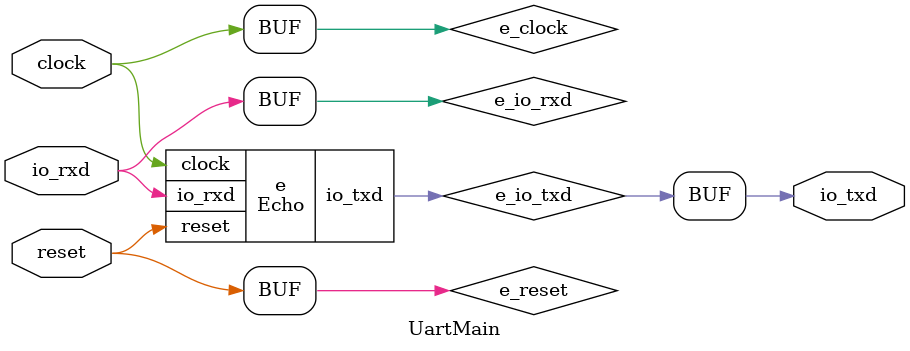
<source format=v>
module Tx(
  input        clock,
  input        reset,
  output       io_txd,
  output       io_channel_ready,
  input        io_channel_valid,
  input  [7:0] io_channel_bits
);
`ifdef RANDOMIZE_REG_INIT
  reg [31:0] _RAND_0;
  reg [31:0] _RAND_1;
  reg [31:0] _RAND_2;
`endif // RANDOMIZE_REG_INIT
  reg [10:0] shiftReg; // @[Uart.scala 34:25]
  reg [19:0] cntReg; // @[Uart.scala 35:23]
  reg [3:0] bitsReg; // @[Uart.scala 36:24]
  wire  _io_channel_ready_T = cntReg == 20'h0; // @[Uart.scala 38:31]
  wire [9:0] shift = shiftReg[10:1]; // @[Uart.scala 46:28]
  wire [10:0] _shiftReg_T_1 = {1'h1,shift}; // @[Uart.scala 47:23]
  wire [3:0] _bitsReg_T_1 = bitsReg - 4'h1; // @[Uart.scala 48:26]
  wire [10:0] _shiftReg_T_3 = {2'h3,io_channel_bits,1'h0}; // @[Uart.scala 52:44]
  wire [19:0] _cntReg_T_1 = cntReg - 20'h1; // @[Uart.scala 60:22]
  assign io_txd = shiftReg[0]; // @[Uart.scala 40:21]
  assign io_channel_ready = cntReg == 20'h0 & bitsReg == 4'h0; // @[Uart.scala 38:40]
  always @(posedge clock) begin
    if (reset) begin // @[Uart.scala 34:25]
      shiftReg <= 11'h7ff; // @[Uart.scala 34:25]
    end else if (_io_channel_ready_T) begin // @[Uart.scala 42:24]
      if (bitsReg != 4'h0) begin // @[Uart.scala 45:27]
        shiftReg <= _shiftReg_T_1; // @[Uart.scala 47:16]
      end else if (io_channel_valid) begin // @[Uart.scala 50:30]
        shiftReg <= _shiftReg_T_3; // @[Uart.scala 52:18]
      end else begin
        shiftReg <= 11'h7ff; // @[Uart.scala 55:18]
      end
    end
    if (reset) begin // @[Uart.scala 35:23]
      cntReg <= 20'h0; // @[Uart.scala 35:23]
    end else if (_io_channel_ready_T) begin // @[Uart.scala 42:24]
      cntReg <= 20'h28b0; // @[Uart.scala 44:12]
    end else begin
      cntReg <= _cntReg_T_1; // @[Uart.scala 60:12]
    end
    if (reset) begin // @[Uart.scala 36:24]
      bitsReg <= 4'h0; // @[Uart.scala 36:24]
    end else if (_io_channel_ready_T) begin // @[Uart.scala 42:24]
      if (bitsReg != 4'h0) begin // @[Uart.scala 45:27]
        bitsReg <= _bitsReg_T_1; // @[Uart.scala 48:15]
      end else if (io_channel_valid) begin // @[Uart.scala 50:30]
        bitsReg <= 4'hb; // @[Uart.scala 53:17]
      end
    end
  end
// Register and memory initialization
`ifdef RANDOMIZE_GARBAGE_ASSIGN
`define RANDOMIZE
`endif
`ifdef RANDOMIZE_INVALID_ASSIGN
`define RANDOMIZE
`endif
`ifdef RANDOMIZE_REG_INIT
`define RANDOMIZE
`endif
`ifdef RANDOMIZE_MEM_INIT
`define RANDOMIZE
`endif
`ifndef RANDOM
`define RANDOM $random
`endif
`ifdef RANDOMIZE_MEM_INIT
  integer initvar;
`endif
`ifndef SYNTHESIS
`ifdef FIRRTL_BEFORE_INITIAL
`FIRRTL_BEFORE_INITIAL
`endif
initial begin
  `ifdef RANDOMIZE
    `ifdef INIT_RANDOM
      `INIT_RANDOM
    `endif
    `ifndef VERILATOR
      `ifdef RANDOMIZE_DELAY
        #`RANDOMIZE_DELAY begin end
      `else
        #0.002 begin end
      `endif
    `endif
`ifdef RANDOMIZE_REG_INIT
  _RAND_0 = {1{`RANDOM}};
  shiftReg = _RAND_0[10:0];
  _RAND_1 = {1{`RANDOM}};
  cntReg = _RAND_1[19:0];
  _RAND_2 = {1{`RANDOM}};
  bitsReg = _RAND_2[3:0];
`endif // RANDOMIZE_REG_INIT
  `endif // RANDOMIZE
end // initial
`ifdef FIRRTL_AFTER_INITIAL
`FIRRTL_AFTER_INITIAL
`endif
`endif // SYNTHESIS
endmodule
module Buffer(
  input        clock,
  input        reset,
  output       io_in_ready,
  input        io_in_valid,
  input  [7:0] io_in_bits,
  input        io_out_ready,
  output       io_out_valid,
  output [7:0] io_out_bits
);
`ifdef RANDOMIZE_REG_INIT
  reg [31:0] _RAND_0;
  reg [31:0] _RAND_1;
`endif // RANDOMIZE_REG_INIT
  reg  stateReg; // @[Uart.scala 127:25]
  reg [7:0] dataReg; // @[Uart.scala 128:24]
  wire  _io_in_ready_T = ~stateReg; // @[Uart.scala 130:27]
  wire  _GEN_1 = io_in_valid | stateReg; // @[Uart.scala 134:23 136:16 127:25]
  assign io_in_ready = ~stateReg; // @[Uart.scala 130:27]
  assign io_out_valid = stateReg; // @[Uart.scala 131:28]
  assign io_out_bits = dataReg; // @[Uart.scala 143:15]
  always @(posedge clock) begin
    if (reset) begin // @[Uart.scala 127:25]
      stateReg <= 1'h0; // @[Uart.scala 127:25]
    end else if (_io_in_ready_T) begin // @[Uart.scala 133:28]
      stateReg <= _GEN_1;
    end else if (io_out_ready) begin // @[Uart.scala 139:24]
      stateReg <= 1'h0; // @[Uart.scala 140:16]
    end
    if (reset) begin // @[Uart.scala 128:24]
      dataReg <= 8'h0; // @[Uart.scala 128:24]
    end else if (_io_in_ready_T) begin // @[Uart.scala 133:28]
      if (io_in_valid) begin // @[Uart.scala 134:23]
        dataReg <= io_in_bits; // @[Uart.scala 135:15]
      end
    end
  end
// Register and memory initialization
`ifdef RANDOMIZE_GARBAGE_ASSIGN
`define RANDOMIZE
`endif
`ifdef RANDOMIZE_INVALID_ASSIGN
`define RANDOMIZE
`endif
`ifdef RANDOMIZE_REG_INIT
`define RANDOMIZE
`endif
`ifdef RANDOMIZE_MEM_INIT
`define RANDOMIZE
`endif
`ifndef RANDOM
`define RANDOM $random
`endif
`ifdef RANDOMIZE_MEM_INIT
  integer initvar;
`endif
`ifndef SYNTHESIS
`ifdef FIRRTL_BEFORE_INITIAL
`FIRRTL_BEFORE_INITIAL
`endif
initial begin
  `ifdef RANDOMIZE
    `ifdef INIT_RANDOM
      `INIT_RANDOM
    `endif
    `ifndef VERILATOR
      `ifdef RANDOMIZE_DELAY
        #`RANDOMIZE_DELAY begin end
      `else
        #0.002 begin end
      `endif
    `endif
`ifdef RANDOMIZE_REG_INIT
  _RAND_0 = {1{`RANDOM}};
  stateReg = _RAND_0[0:0];
  _RAND_1 = {1{`RANDOM}};
  dataReg = _RAND_1[7:0];
`endif // RANDOMIZE_REG_INIT
  `endif // RANDOMIZE
end // initial
`ifdef FIRRTL_AFTER_INITIAL
`FIRRTL_AFTER_INITIAL
`endif
`endif // SYNTHESIS
endmodule
module BufferedTx(
  input        clock,
  input        reset,
  output       io_txd,
  output       io_channel_ready,
  input        io_channel_valid,
  input  [7:0] io_channel_bits
);
  wire  tx_clock; // @[Uart.scala 156:18]
  wire  tx_reset; // @[Uart.scala 156:18]
  wire  tx_io_txd; // @[Uart.scala 156:18]
  wire  tx_io_channel_ready; // @[Uart.scala 156:18]
  wire  tx_io_channel_valid; // @[Uart.scala 156:18]
  wire [7:0] tx_io_channel_bits; // @[Uart.scala 156:18]
  wire  buf__clock; // @[Uart.scala 157:19]
  wire  buf__reset; // @[Uart.scala 157:19]
  wire  buf__io_in_ready; // @[Uart.scala 157:19]
  wire  buf__io_in_valid; // @[Uart.scala 157:19]
  wire [7:0] buf__io_in_bits; // @[Uart.scala 157:19]
  wire  buf__io_out_ready; // @[Uart.scala 157:19]
  wire  buf__io_out_valid; // @[Uart.scala 157:19]
  wire [7:0] buf__io_out_bits; // @[Uart.scala 157:19]
  Tx tx ( // @[Uart.scala 156:18]
    .clock(tx_clock),
    .reset(tx_reset),
    .io_txd(tx_io_txd),
    .io_channel_ready(tx_io_channel_ready),
    .io_channel_valid(tx_io_channel_valid),
    .io_channel_bits(tx_io_channel_bits)
  );
  Buffer buf_ ( // @[Uart.scala 157:19]
    .clock(buf__clock),
    .reset(buf__reset),
    .io_in_ready(buf__io_in_ready),
    .io_in_valid(buf__io_in_valid),
    .io_in_bits(buf__io_in_bits),
    .io_out_ready(buf__io_out_ready),
    .io_out_valid(buf__io_out_valid),
    .io_out_bits(buf__io_out_bits)
  );
  assign io_txd = tx_io_txd; // @[Uart.scala 161:10]
  assign io_channel_ready = buf__io_in_ready; // @[Uart.scala 159:13]
  assign tx_clock = clock;
  assign tx_reset = reset;
  assign tx_io_channel_valid = buf__io_out_valid; // @[Uart.scala 160:17]
  assign tx_io_channel_bits = buf__io_out_bits; // @[Uart.scala 160:17]
  assign buf__clock = clock;
  assign buf__reset = reset;
  assign buf__io_in_valid = io_channel_valid; // @[Uart.scala 159:13]
  assign buf__io_in_bits = io_channel_bits; // @[Uart.scala 159:13]
  assign buf__io_out_ready = tx_io_channel_ready; // @[Uart.scala 160:17]
endmodule
module Rx(
  input        clock,
  input        reset,
  input        io_rxd,
  input        io_channel_ready,
  output       io_channel_valid,
  output [7:0] io_channel_bits
);
`ifdef RANDOMIZE_REG_INIT
  reg [31:0] _RAND_0;
  reg [31:0] _RAND_1;
  reg [31:0] _RAND_2;
  reg [31:0] _RAND_3;
  reg [31:0] _RAND_4;
  reg [31:0] _RAND_5;
`endif // RANDOMIZE_REG_INIT
  reg  rxReg_REG; // @[Uart.scala 84:30]
  reg  rxReg; // @[Uart.scala 84:22]
  reg [7:0] shiftReg; // @[Uart.scala 86:25]
  reg [19:0] cntReg; // @[Uart.scala 87:23]
  reg [3:0] bitsReg; // @[Uart.scala 88:24]
  reg  validReg; // @[Uart.scala 89:25]
  wire [19:0] _cntReg_T_1 = cntReg - 20'h1; // @[Uart.scala 92:22]
  wire [7:0] _shiftReg_T_1 = {rxReg,shiftReg[7:1]}; // @[Uart.scala 95:23]
  wire [3:0] _bitsReg_T_1 = bitsReg - 4'h1; // @[Uart.scala 96:24]
  wire  _GEN_0 = bitsReg == 4'h1 | validReg; // @[Uart.scala 98:27 99:16 89:25]
  assign io_channel_valid = validReg; // @[Uart.scala 112:20]
  assign io_channel_bits = shiftReg; // @[Uart.scala 111:19]
  always @(posedge clock) begin
    rxReg_REG <= reset | io_rxd; // @[Uart.scala 84:{30,30,30}]
    rxReg <= reset | rxReg_REG; // @[Uart.scala 84:{22,22,22}]
    if (reset) begin // @[Uart.scala 86:25]
      shiftReg <= 8'h0; // @[Uart.scala 86:25]
    end else if (!(cntReg != 20'h0)) begin // @[Uart.scala 91:24]
      if (bitsReg != 4'h0) begin // @[Uart.scala 93:32]
        shiftReg <= _shiftReg_T_1; // @[Uart.scala 95:14]
      end
    end
    if (reset) begin // @[Uart.scala 87:23]
      cntReg <= 20'h0; // @[Uart.scala 87:23]
    end else if (cntReg != 20'h0) begin // @[Uart.scala 91:24]
      cntReg <= _cntReg_T_1; // @[Uart.scala 92:12]
    end else if (bitsReg != 4'h0) begin // @[Uart.scala 93:32]
      cntReg <= 20'h28b0; // @[Uart.scala 94:12]
    end else if (~rxReg) begin // @[Uart.scala 101:30]
      cntReg <= 20'h3d08; // @[Uart.scala 103:12]
    end
    if (reset) begin // @[Uart.scala 88:24]
      bitsReg <= 4'h0; // @[Uart.scala 88:24]
    end else if (!(cntReg != 20'h0)) begin // @[Uart.scala 91:24]
      if (bitsReg != 4'h0) begin // @[Uart.scala 93:32]
        bitsReg <= _bitsReg_T_1; // @[Uart.scala 96:13]
      end else if (~rxReg) begin // @[Uart.scala 101:30]
        bitsReg <= 4'h8; // @[Uart.scala 104:13]
      end
    end
    if (reset) begin // @[Uart.scala 89:25]
      validReg <= 1'h0; // @[Uart.scala 89:25]
    end else if (validReg & io_channel_ready) begin // @[Uart.scala 107:38]
      validReg <= 1'h0; // @[Uart.scala 108:14]
    end else if (!(cntReg != 20'h0)) begin // @[Uart.scala 91:24]
      if (bitsReg != 4'h0) begin // @[Uart.scala 93:32]
        validReg <= _GEN_0;
      end
    end
  end
// Register and memory initialization
`ifdef RANDOMIZE_GARBAGE_ASSIGN
`define RANDOMIZE
`endif
`ifdef RANDOMIZE_INVALID_ASSIGN
`define RANDOMIZE
`endif
`ifdef RANDOMIZE_REG_INIT
`define RANDOMIZE
`endif
`ifdef RANDOMIZE_MEM_INIT
`define RANDOMIZE
`endif
`ifndef RANDOM
`define RANDOM $random
`endif
`ifdef RANDOMIZE_MEM_INIT
  integer initvar;
`endif
`ifndef SYNTHESIS
`ifdef FIRRTL_BEFORE_INITIAL
`FIRRTL_BEFORE_INITIAL
`endif
initial begin
  `ifdef RANDOMIZE
    `ifdef INIT_RANDOM
      `INIT_RANDOM
    `endif
    `ifndef VERILATOR
      `ifdef RANDOMIZE_DELAY
        #`RANDOMIZE_DELAY begin end
      `else
        #0.002 begin end
      `endif
    `endif
`ifdef RANDOMIZE_REG_INIT
  _RAND_0 = {1{`RANDOM}};
  rxReg_REG = _RAND_0[0:0];
  _RAND_1 = {1{`RANDOM}};
  rxReg = _RAND_1[0:0];
  _RAND_2 = {1{`RANDOM}};
  shiftReg = _RAND_2[7:0];
  _RAND_3 = {1{`RANDOM}};
  cntReg = _RAND_3[19:0];
  _RAND_4 = {1{`RANDOM}};
  bitsReg = _RAND_4[3:0];
  _RAND_5 = {1{`RANDOM}};
  validReg = _RAND_5[0:0];
`endif // RANDOMIZE_REG_INIT
  `endif // RANDOMIZE
end // initial
`ifdef FIRRTL_AFTER_INITIAL
`FIRRTL_AFTER_INITIAL
`endif
`endif // SYNTHESIS
endmodule
module Echo(
  input   clock,
  input   reset,
  output  io_txd,
  input   io_rxd
);
  wire  tx_clock; // @[Uart.scala 199:18]
  wire  tx_reset; // @[Uart.scala 199:18]
  wire  tx_io_txd; // @[Uart.scala 199:18]
  wire  tx_io_channel_ready; // @[Uart.scala 199:18]
  wire  tx_io_channel_valid; // @[Uart.scala 199:18]
  wire [7:0] tx_io_channel_bits; // @[Uart.scala 199:18]
  wire  rx_clock; // @[Uart.scala 200:18]
  wire  rx_reset; // @[Uart.scala 200:18]
  wire  rx_io_rxd; // @[Uart.scala 200:18]
  wire  rx_io_channel_ready; // @[Uart.scala 200:18]
  wire  rx_io_channel_valid; // @[Uart.scala 200:18]
  wire [7:0] rx_io_channel_bits; // @[Uart.scala 200:18]
  BufferedTx tx ( // @[Uart.scala 199:18]
    .clock(tx_clock),
    .reset(tx_reset),
    .io_txd(tx_io_txd),
    .io_channel_ready(tx_io_channel_ready),
    .io_channel_valid(tx_io_channel_valid),
    .io_channel_bits(tx_io_channel_bits)
  );
  Rx rx ( // @[Uart.scala 200:18]
    .clock(rx_clock),
    .reset(rx_reset),
    .io_rxd(rx_io_rxd),
    .io_channel_ready(rx_io_channel_ready),
    .io_channel_valid(rx_io_channel_valid),
    .io_channel_bits(rx_io_channel_bits)
  );
  assign io_txd = tx_io_txd; // @[Uart.scala 201:10]
  assign tx_clock = clock;
  assign tx_reset = reset;
  assign tx_io_channel_valid = rx_io_channel_valid; // @[Uart.scala 203:17]
  assign tx_io_channel_bits = rx_io_channel_bits; // @[Uart.scala 203:17]
  assign rx_clock = clock;
  assign rx_reset = reset;
  assign rx_io_rxd = io_rxd; // @[Uart.scala 202:13]
  assign rx_io_channel_ready = tx_io_channel_ready; // @[Uart.scala 203:17]
endmodule
module UartMain(
  input   clock,
  input   reset,
  input   io_rxd,
  output  io_txd
);
  wire  e_clock; // @[Uart.scala 219:19]
  wire  e_reset; // @[Uart.scala 219:19]
  wire  e_io_txd; // @[Uart.scala 219:19]
  wire  e_io_rxd; // @[Uart.scala 219:19]
  Echo e ( // @[Uart.scala 219:19]
    .clock(e_clock),
    .reset(e_reset),
    .io_txd(e_io_txd),
    .io_rxd(e_io_rxd)
  );
  assign io_txd = e_io_txd; // @[Uart.scala 221:12]
  assign e_clock = clock;
  assign e_reset = reset;
  assign e_io_rxd = io_rxd; // @[Uart.scala 220:14]
endmodule

</source>
